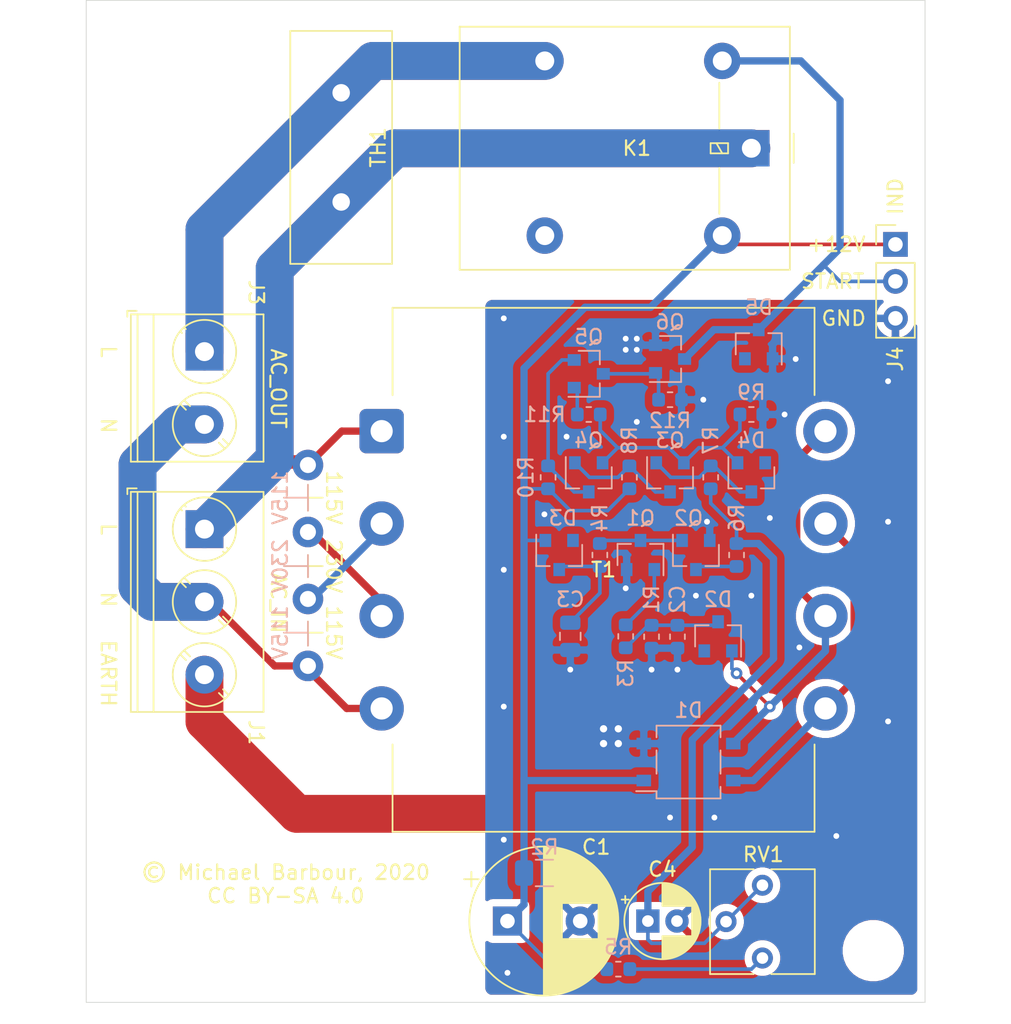
<source format=kicad_pcb>
(kicad_pcb (version 20171130) (host pcbnew 5.1.9)
  (layers (0 F.Cu signal) (31 B.Cu signal) (34 B.Paste user) (35 F.Paste user) (36 B.SilkS user) (37 F.SilkS user) (38 B.Mask user) (39 F.Mask user) (44 Edge.Cuts user))
  (net 0 "")
  (net 1 GND)
  (net 2 "Net-(C2-Pad1)")
  (net 3 "Net-(C3-Pad1)")
  (net 4 "Net-(C4-Pad1)")
  (net 5 "Net-(D1-Pad4)")
  (net 6 "Net-(D1-Pad3)")
  (net 7 "Net-(D4-Pad2)")
  (net 8 AC_N)
  (net 9 AC_L)
  (net 10 "Net-(K1-Pad4)")
  (net 11 "Net-(Q1-Pad3)")
  (net 12 "Net-(Q3-Pad3)")
  (net 13 "Net-(J2-Pad3)")
  (net 14 "Net-(J2-Pad2)")
  (net 15 "Net-(J3-Pad1)")
  (net 16 "Net-(D4-Pad1)")
  (net 17 "Net-(D5-Pad1)")
  (net 18 "Net-(Q1-Pad1)")
  (net 19 "Net-(Q2-Pad3)")
  (net 20 "Net-(Q4-Pad3)")
  (net 21 "Net-(Q5-Pad3)")
  (net 22 "Net-(Q5-Pad1)")
  (net 23 "Net-(R5-Pad2)")
  (net 24 VCC)
  (module Connector_PinHeader_2.54mm:PinHeader_1x03_P2.54mm_Vertical (layer F.Cu) (at 124.714 59.182)
    (fp_text reference J4 (at 0 7.874 90) (layer F.SilkS))
    (fp_text value INDICATOR)
    (pad 3 thru_hole oval (at 0 5.08) (size 1.7 1.7) (drill 1) (layers *.Cu *.Mask) (net 1 GND))
    (pad 2 thru_hole oval (at 0 2.54) (size 1.7 1.7) (drill 1) (layers *.Cu *.Mask) (net 17 "Net-(D5-Pad1)"))
    (pad 1 thru_hole rect (at 0 0) (size 1.7 1.7) (drill 1) (layers *.Cu *.Mask) (net 24 VCC))
  )
  (module Local_Parts:Triad_FS16-070-C2 (layer F.Cu) (at 104.648 81.534 270)
    (fp_text reference T1 (at 0 0 180) (layer F.SilkS))
    (fp_text value FS16-070-C2)
    (pad 8 thru_hole circle (at 9.525 -15.2527 270) (size 3.048 3.048) (drill 1.524) (layers *.Cu *.Mask) (net 5 "Net-(D1-Pad4)"))
    (pad 7 thru_hole circle (at 3.175 -15.2527 270) (size 3.048 3.048) (drill 1.524) (layers *.Cu *.Mask) (net 6 "Net-(D1-Pad3)"))
    (pad 6 thru_hole circle (at -3.175 -15.2527 270) (size 3.048 3.048) (drill 1.524) (layers *.Cu *.Mask) (net 5 "Net-(D1-Pad4)"))
    (pad 5 thru_hole circle (at -9.525 -15.2527 270) (size 3.048 3.048) (drill 1.524) (layers *.Cu *.Mask) (net 6 "Net-(D1-Pad3)"))
    (pad 4 thru_hole circle (at 9.525 15.2527 270) (size 3.048 3.048) (drill 1.524) (layers *.Cu *.Mask) (net 8 AC_N))
    (pad 3 thru_hole circle (at 3.175 15.2527 270) (size 3.048 3.048) (drill 1.524) (layers *.Cu *.Mask) (net 13 "Net-(J2-Pad3)"))
    (pad 2 thru_hole circle (at -3.175 15.2527 270) (size 3.048 3.048) (drill 1.524) (layers *.Cu *.Mask) (net 14 "Net-(J2-Pad2)"))
    (pad 1 thru_hole roundrect (at -9.525 15.2527 270) (size 3.048 3.048) (drill 1.524) (layers *.Cu *.Mask) (roundrect_rratio 0.15) (net 9 AC_L))
  )
  (module Capacitor_SMD:C_0603_1608Metric (layer B.Cu) (at 109.728 86.1315 270)
    (fp_text reference C2 (at -2.5655 0 90) (layer B.SilkS) (effects (justify mirror)))
    (fp_text value 0.1µ)
    (pad 1 smd roundrect (at -0.7875 0 270) (size 0.875 0.95) (layers B.Cu B.Paste B.Mask) (net 2 "Net-(C2-Pad1)"))
    (pad 2 smd roundrect (at 0.7875 0 270) (size 0.875 0.95) (layers B.Cu B.Paste B.Mask) (net 1 GND))
  )
  (module Local_Parts:NTC_Thermistor_D16mm_P7.5mm (layer F.Cu) (at 86.614 48.768 270)
    (fp_text reference TH1 (at 3.75 -2.54 90) (layer F.SilkS))
    (fp_text value Thermistor_NTC)
    (pad 2 thru_hole circle (at 7.5 0 270) (size 2.4 2.4) (drill 1.2) (layers *.Cu *.Mask) (net 9 AC_L))
    (pad 1 thru_hole circle (at 0 0 270) (size 2.4 2.4) (drill 1.2) (layers *.Cu *.Mask) (net 15 "Net-(J3-Pad1)"))
  )
  (module Resistor_SMD:R_0603_1608Metric (layer B.Cu) (at 109.22 69.85)
    (fp_text reference R12 (at 0 1.43) (layer B.SilkS) (effects (justify mirror)))
    (fp_text value 100k)
    (pad 2 smd roundrect (at 0.7875 0) (size 0.875 0.95) (layers B.Cu B.Paste B.Mask) (net 1 GND))
    (pad 1 smd roundrect (at -0.7875 0) (size 0.875 0.95) (layers B.Cu B.Paste B.Mask) (net 21 "Net-(Q5-Pad3)"))
  )
  (module Resistor_SMD:R_0603_1608Metric (layer B.Cu) (at 103.632 70.866)
    (fp_text reference R11 (at -3.048 0) (layer B.SilkS) (effects (justify mirror)))
    (fp_text value 1Meg)
    (pad 2 smd roundrect (at 0.7875 0) (size 0.875 0.95) (layers B.Cu B.Paste B.Mask) (net 7 "Net-(D4-Pad2)"))
    (pad 1 smd roundrect (at -0.7875 0) (size 0.875 0.95) (layers B.Cu B.Paste B.Mask) (net 22 "Net-(Q5-Pad1)"))
  )
  (module Resistor_SMD:R_0603_1608Metric (layer B.Cu) (at 100.838 75.184 90)
    (fp_text reference R10 (at 0 -1.524 90) (layer B.SilkS) (effects (justify mirror)))
    (fp_text value 10k)
    (pad 2 smd roundrect (at 0.7875 0 90) (size 0.875 0.95) (layers B.Cu B.Paste B.Mask) (net 20 "Net-(Q4-Pad3)"))
    (pad 1 smd roundrect (at -0.7875 0 90) (size 0.875 0.95) (layers B.Cu B.Paste B.Mask) (net 24 VCC))
  )
  (module Resistor_SMD:R_0603_1608Metric (layer B.Cu) (at 114.808 70.866)
    (fp_text reference R9 (at 0 -1.524) (layer B.SilkS) (effects (justify mirror)))
    (fp_text value 10k)
    (pad 1 smd roundrect (at -0.7875 0) (size 0.875 0.95) (layers B.Cu B.Paste B.Mask) (net 7 "Net-(D4-Pad2)"))
    (pad 2 smd roundrect (at 0.7875 0) (size 0.875 0.95) (layers B.Cu B.Paste B.Mask) (net 1 GND))
  )
  (module Resistor_SMD:R_0603_1608Metric (layer B.Cu) (at 106.426 75.184 90)
    (fp_text reference R8 (at 2.54 0 90) (layer B.SilkS) (effects (justify mirror)))
    (fp_text value 100k)
    (pad 2 smd roundrect (at 0.7875 0 90) (size 0.875 0.95) (layers B.Cu B.Paste B.Mask) (net 12 "Net-(Q3-Pad3)"))
    (pad 1 smd roundrect (at -0.7875 0 90) (size 0.875 0.95) (layers B.Cu B.Paste B.Mask) (net 24 VCC))
  )
  (module Resistor_SMD:R_0603_1608Metric (layer B.Cu) (at 112.014 75.184 270)
    (fp_text reference R7 (at -2.54 0 90) (layer B.SilkS) (effects (justify mirror)))
    (fp_text value 1Meg)
    (pad 1 smd roundrect (at -0.7875 0 270) (size 0.875 0.95) (layers B.Cu B.Paste B.Mask) (net 16 "Net-(D4-Pad1)"))
    (pad 2 smd roundrect (at 0.7875 0 270) (size 0.875 0.95) (layers B.Cu B.Paste B.Mask) (net 4 "Net-(C4-Pad1)"))
  )
  (module Resistor_SMD:R_0603_1608Metric (layer B.Cu) (at 113.792 80.518 270)
    (fp_text reference R6 (at -2.54 0 90) (layer B.SilkS) (effects (justify mirror)))
    (fp_text value 100R)
    (pad 1 smd roundrect (at -0.7875 0 270) (size 0.875 0.95) (layers B.Cu B.Paste B.Mask) (net 4 "Net-(C4-Pad1)"))
    (pad 2 smd roundrect (at 0.7875 0 270) (size 0.875 0.95) (layers B.Cu B.Paste B.Mask) (net 19 "Net-(Q2-Pad3)"))
  )
  (module Resistor_SMD:R_0603_1608Metric (layer B.Cu) (at 104.394 80.518 90)
    (fp_text reference R4 (at 2.54 0 90) (layer B.SilkS) (effects (justify mirror)))
    (fp_text value 1Meg)
    (pad 1 smd roundrect (at -0.7875 0 90) (size 0.875 0.95) (layers B.Cu B.Paste B.Mask) (net 3 "Net-(C3-Pad1)"))
    (pad 2 smd roundrect (at 0.7875 0 90) (size 0.875 0.95) (layers B.Cu B.Paste B.Mask) (net 11 "Net-(Q1-Pad3)"))
  )
  (module Resistor_SMD:R_0603_1608Metric (layer B.Cu) (at 106.172 86.106 270)
    (fp_text reference R3 (at 2.54 0 90) (layer B.SilkS) (effects (justify mirror)))
    (fp_text value 1Meg)
    (pad 2 smd roundrect (at 0.7875 0 270) (size 0.875 0.95) (layers B.Cu B.Paste B.Mask) (net 2 "Net-(C2-Pad1)"))
    (pad 1 smd roundrect (at -0.7875 0 270) (size 0.875 0.95) (layers B.Cu B.Paste B.Mask) (net 18 "Net-(Q1-Pad1)"))
  )
  (module Resistor_SMD:R_0603_1608Metric (layer B.Cu) (at 107.95 86.1315 270)
    (fp_text reference R1 (at -2.5655 0 270) (layer B.SilkS) (effects (justify mirror)))
    (fp_text value 100k)
    (pad 1 smd roundrect (at -0.7875 0 270) (size 0.875 0.95) (layers B.Cu B.Paste B.Mask) (net 2 "Net-(C2-Pad1)"))
    (pad 2 smd roundrect (at 0.7875 0 270) (size 0.875 0.95) (layers B.Cu B.Paste B.Mask) (net 1 GND))
  )
  (module Package_TO_SOT_SMD:SOT-23 (layer B.Cu) (at 109.22 67.056)
    (fp_text reference Q6 (at 0 -2.54 180) (layer B.SilkS) (effects (justify mirror)))
    (fp_text value 2N7002E)
    (pad 3 smd rect (at 1 0) (size 0.9 0.8) (layers B.Cu B.Paste B.Mask) (net 17 "Net-(D5-Pad1)"))
    (pad 2 smd rect (at -1 -0.95) (size 0.9 0.8) (layers B.Cu B.Paste B.Mask) (net 1 GND))
    (pad 1 smd rect (at -1 0.95) (size 0.9 0.8) (layers B.Cu B.Paste B.Mask) (net 21 "Net-(Q5-Pad3)"))
  )
  (module Package_TO_SOT_SMD:SOT-23 (layer B.Cu) (at 103.632 68.072)
    (fp_text reference Q5 (at 0 -2.54) (layer B.SilkS) (effects (justify mirror)))
    (fp_text value MMBT3906)
    (pad 3 smd rect (at 1 0) (size 0.9 0.8) (layers B.Cu B.Paste B.Mask) (net 21 "Net-(Q5-Pad3)"))
    (pad 2 smd rect (at -1 -0.95) (size 0.9 0.8) (layers B.Cu B.Paste B.Mask) (net 20 "Net-(Q4-Pad3)"))
    (pad 1 smd rect (at -1 0.95) (size 0.9 0.8) (layers B.Cu B.Paste B.Mask) (net 22 "Net-(Q5-Pad1)"))
  )
  (module Package_TO_SOT_SMD:SOT-23 (layer B.Cu) (at 103.632 75.184 270)
    (fp_text reference Q4 (at -2.54 0 180) (layer B.SilkS) (effects (justify mirror)))
    (fp_text value MMBT3904)
    (pad 3 smd rect (at 1 0 270) (size 0.9 0.8) (layers B.Cu B.Paste B.Mask) (net 20 "Net-(Q4-Pad3)"))
    (pad 2 smd rect (at -1 -0.95 270) (size 0.9 0.8) (layers B.Cu B.Paste B.Mask) (net 7 "Net-(D4-Pad2)"))
    (pad 1 smd rect (at -1 0.95 270) (size 0.9 0.8) (layers B.Cu B.Paste B.Mask) (net 12 "Net-(Q3-Pad3)"))
  )
  (module Package_TO_SOT_SMD:SOT-23 (layer B.Cu) (at 109.22 75.184 270)
    (fp_text reference Q3 (at -2.54 0 180) (layer B.SilkS) (effects (justify mirror)))
    (fp_text value MMBT3904)
    (pad 1 smd rect (at -1 0.95 270) (size 0.9 0.8) (layers B.Cu B.Paste B.Mask) (net 16 "Net-(D4-Pad1)"))
    (pad 2 smd rect (at -1 -0.95 270) (size 0.9 0.8) (layers B.Cu B.Paste B.Mask) (net 7 "Net-(D4-Pad2)"))
    (pad 3 smd rect (at 1 0 270) (size 0.9 0.8) (layers B.Cu B.Paste B.Mask) (net 12 "Net-(Q3-Pad3)"))
  )
  (module Package_TO_SOT_SMD:SOT-23 (layer B.Cu) (at 110.998 80.518 270)
    (fp_text reference Q2 (at -2.54 0.508) (layer B.SilkS) (effects (justify mirror)))
    (fp_text value 2N7002E)
    (pad 1 smd rect (at -1 0.95 270) (size 0.9 0.8) (layers B.Cu B.Paste B.Mask) (net 11 "Net-(Q1-Pad3)"))
    (pad 2 smd rect (at -1 -0.95 270) (size 0.9 0.8) (layers B.Cu B.Paste B.Mask) (net 1 GND))
    (pad 3 smd rect (at 1 0 270) (size 0.9 0.8) (layers B.Cu B.Paste B.Mask) (net 19 "Net-(Q2-Pad3)"))
  )
  (module Package_TO_SOT_SMD:SOT-23 (layer B.Cu) (at 107.188 80.518 90)
    (fp_text reference Q1 (at 2.54 0) (layer B.SilkS) (effects (justify mirror)))
    (fp_text value MMBT3904)
    (pad 1 smd rect (at -1 0.95 90) (size 0.9 0.8) (layers B.Cu B.Paste B.Mask) (net 18 "Net-(Q1-Pad1)"))
    (pad 2 smd rect (at -1 -0.95 90) (size 0.9 0.8) (layers B.Cu B.Paste B.Mask) (net 1 GND))
    (pad 3 smd rect (at 1 0 90) (size 0.9 0.8) (layers B.Cu B.Paste B.Mask) (net 11 "Net-(Q1-Pad3)"))
  )
  (module Diode_SMD:D_SOT-23_ANK (layer B.Cu) (at 115.316 66.04 90)
    (fp_text reference D5 (at 2.54 0 180) (layer B.SilkS) (effects (justify mirror)))
    (fp_text value BZX84C36)
    (pad 1 smd rect (at 1 0 90) (size 0.9 0.8) (layers B.Cu B.Paste B.Mask) (net 17 "Net-(D5-Pad1)"))
    (pad "" smd rect (at -1 -0.95 90) (size 0.9 0.8) (layers B.Cu B.Paste B.Mask))
    (pad 2 smd rect (at -1 0.95 90) (size 0.9 0.8) (layers B.Cu B.Paste B.Mask) (net 1 GND))
  )
  (module Diode_SMD:D_SOT-23_ANK (layer B.Cu) (at 114.808 75.184 270)
    (fp_text reference D4 (at -2.54 0 180) (layer B.SilkS) (effects (justify mirror)))
    (fp_text value BAS16L)
    (pad 1 smd rect (at 1 0 270) (size 0.9 0.8) (layers B.Cu B.Paste B.Mask) (net 16 "Net-(D4-Pad1)"))
    (pad "" smd rect (at -1 -0.95 270) (size 0.9 0.8) (layers B.Cu B.Paste B.Mask))
    (pad 2 smd rect (at -1 0.95 270) (size 0.9 0.8) (layers B.Cu B.Paste B.Mask) (net 7 "Net-(D4-Pad2)"))
  )
  (module Diode_SMD:D_SOT-23_ANK (layer B.Cu) (at 101.6 80.518 270)
    (fp_text reference D3 (at -2.54 -0.254 180) (layer B.SilkS) (effects (justify mirror)))
    (fp_text value BAS16L)
    (pad 1 smd rect (at 1 0 270) (size 0.9 0.8) (layers B.Cu B.Paste B.Mask) (net 3 "Net-(C3-Pad1)"))
    (pad "" smd rect (at -1 -0.95 270) (size 0.9 0.8) (layers B.Cu B.Paste B.Mask))
    (pad 2 smd rect (at -1 0.95 270) (size 0.9 0.8) (layers B.Cu B.Paste B.Mask) (net 24 VCC))
  )
  (module Diode_SMD:D_SOT-23_ANK (layer B.Cu) (at 112.522 86.106 90)
    (fp_text reference D2 (at 2.54 0 180) (layer B.SilkS) (effects (justify mirror)))
    (fp_text value BAS16L)
    (pad 2 smd rect (at -1 0.95 90) (size 0.9 0.8) (layers B.Cu B.Paste B.Mask) (net 6 "Net-(D1-Pad3)"))
    (pad "" smd rect (at -1 -0.95 90) (size 0.9 0.8) (layers B.Cu B.Paste B.Mask))
    (pad 1 smd rect (at 1 0 90) (size 0.9 0.8) (layers B.Cu B.Paste B.Mask) (net 2 "Net-(C2-Pad1)"))
  )
  (module Capacitor_SMD:C_0805_2012Metric (layer B.Cu) (at 102.362 86.106 270)
    (fp_text reference C3 (at -2.54 0) (layer B.SilkS) (effects (justify mirror)))
    (fp_text value 1µ)
    (pad 2 smd roundrect (at 0.9375 0 270) (size 0.975 1.4) (layers B.Cu B.Paste B.Mask) (net 1 GND))
    (pad 1 smd roundrect (at -0.9375 0 270) (size 0.975 1.4) (layers B.Cu B.Paste B.Mask) (net 3 "Net-(C3-Pad1)"))
  )
  (module Resistor_SMD:R_0603_1608Metric (layer B.Cu) (at 105.664 108.966)
    (fp_text reference R5 (at 0 -1.524) (layer B.SilkS) (effects (justify mirror)))
    (fp_text value 10k)
    (pad 2 smd roundrect (at 0.7875 0) (size 0.875 0.95) (layers B.Cu B.Paste B.Mask) (net 23 "Net-(R5-Pad2)"))
    (pad 1 smd roundrect (at -0.7875 0) (size 0.875 0.95) (layers B.Cu B.Paste B.Mask) (net 24 VCC))
  )
  (module Relay_THT:Relay_SPDT_Omron-G5LE-1 (layer F.Cu) (at 114.808 52.578 270)
    (fp_text reference K1 (at 0 7.874 180) (layer F.SilkS))
    (fp_text value G5LE-1)
    (pad 1 thru_hole rect (at 0 0 270) (size 2.5 2.5) (drill 1.3) (layers *.Cu *.Mask) (net 9 AC_L))
    (pad 2 thru_hole oval (at -6 2 270) (size 2.5 2.5) (drill 1.3) (layers *.Cu *.Mask) (net 17 "Net-(D5-Pad1)"))
    (pad 3 thru_hole oval (at -6 14.2 270) (size 2.5 2.5) (drill 1.3) (layers *.Cu *.Mask) (net 15 "Net-(J3-Pad1)"))
    (pad 4 thru_hole oval (at 6 14.2 270) (size 2.5 2.5) (drill 1.3) (layers *.Cu *.Mask) (net 10 "Net-(K1-Pad4)"))
    (pad 5 thru_hole oval (at 6 2 270) (size 2.5 2.5) (drill 1.3) (layers *.Cu *.Mask) (net 24 VCC))
  )
  (module Local_Parts:Potentiometer_Nidec_Copal_CT-6EP (layer F.Cu) (at 115.57 108.204 180)
    (fp_text reference RV1 (at -0.06 7.112) (layer F.SilkS))
    (fp_text value 200k)
    (pad 3 thru_hole circle (at 0 5 180) (size 1.44 1.44) (drill 0.8) (layers *.Cu *.Mask) (net 4 "Net-(C4-Pad1)"))
    (pad 2 thru_hole circle (at 2.5 2.5 180) (size 1.44 1.44) (drill 0.8) (layers *.Cu *.Mask) (net 4 "Net-(C4-Pad1)"))
    (pad 1 thru_hole circle (at 0 0 180) (size 1.44 1.44) (drill 0.8) (layers *.Cu *.Mask) (net 23 "Net-(R5-Pad2)"))
  )
  (module Package_TO_SOT_SMD:TO-269AA (layer B.Cu) (at 110.49 94.742)
    (fp_text reference D1 (at 0 -3.556) (layer B.SilkS) (effects (justify mirror)))
    (fp_text value MB1S)
    (pad 4 smd rect (at 3.075 1.27) (size 1 0.8) (layers B.Cu B.Paste B.Mask) (net 5 "Net-(D1-Pad4)"))
    (pad 3 smd rect (at 3.075 -1.27) (size 1 0.8) (layers B.Cu B.Paste B.Mask) (net 6 "Net-(D1-Pad3)"))
    (pad 2 smd rect (at -3.075 -1.27) (size 1 0.8) (layers B.Cu B.Paste B.Mask) (net 1 GND))
    (pad 1 smd rect (at -3.075 1.27) (size 1 0.8) (layers B.Cu B.Paste B.Mask) (net 24 VCC))
  )
  (module MountingHole:MountingHole_3.2mm_M3 (layer F.Cu) (at 72.644 45.974)
    (fp_text reference REF** hide)
    (fp_text value MountingHole_3.2mm_M3)
    (pad 1 np_thru_hole circle (at 0 0) (size 3.2 3.2) (drill 3.2) (layers *.Cu *.Mask))
  )
  (module MountingHole:MountingHole_3.2mm_M3 (layer F.Cu) (at 123.19 45.974)
    (fp_text reference REF** hide)
    (fp_text value MountingHole_3.2mm_M3)
    (pad 1 np_thru_hole circle (at 0 0) (size 3.2 3.2) (drill 3.2) (layers *.Cu *.Mask))
  )
  (module MountingHole:MountingHole_3.2mm_M3 (layer F.Cu) (at 123.19 107.696)
    (fp_text reference REF** hide)
    (fp_text value MountingHole_3.2mm_M3)
    (pad 1 np_thru_hole circle (at 0 0) (size 3.2 3.2) (drill 3.2) (layers *.Cu *.Mask))
  )
  (module MountingHole:MountingHole_3.2mm_M3 (layer F.Cu) (at 72.644 107.696)
    (fp_text reference REF** hide)
    (fp_text value MountingHole_3.2mm_M3)
    (pad 1 np_thru_hole circle (at 0 0) (size 3.2 3.2) (drill 3.2) (layers *.Cu *.Mask))
  )
  (module Connector_Wire:SolderWire-0.5sqmm_1x04_P4.6mm_D0.9mm_OD2.1mm (layer F.Cu) (at 84.328 88.138 90)
    (fp_text reference J2 hide)
    (fp_text value V_SEL)
    (pad 4 thru_hole circle (at 13.8 0 90) (size 2.1 2.1) (drill 1.1) (layers *.Cu *.Mask) (net 9 AC_L))
    (pad 3 thru_hole circle (at 9.2 0 90) (size 2.1 2.1) (drill 1.1) (layers *.Cu *.Mask) (net 13 "Net-(J2-Pad3)"))
    (pad 2 thru_hole circle (at 4.6 0 90) (size 2.1 2.1) (drill 1.1) (layers *.Cu *.Mask) (net 14 "Net-(J2-Pad2)"))
    (pad 1 thru_hole circle (at 0 0 90) (size 2.1 2.1) (drill 1.1) (layers *.Cu *.Mask) (net 8 AC_N))
  )
  (module TerminalBlock_Phoenix:TerminalBlock_Phoenix_PT-1,5-3-5.0-H_1x03_P5.00mm_Horizontal (layer F.Cu) (at 77.216 78.74 270)
    (fp_text reference J1 (at 13.97 -3.556 270 unlocked) (layer F.SilkS))
    (fp_text value AC_IN)
    (pad 3 thru_hole circle (at 10 0 270) (size 2.6 2.6) (drill 1.3) (layers *.Cu *.Mask) (net 1 GND) (clearance 2))
    (pad 2 thru_hole circle (at 5 0 270) (size 2.6 2.6) (drill 1.3) (layers *.Cu *.Mask) (net 8 AC_N))
    (pad 1 thru_hole rect (at 0 0 270) (size 2.6 2.6) (drill 1.3) (layers *.Cu *.Mask) (net 9 AC_L))
  )
  (module Capacitor_THT:CP_Radial_D10.0mm_P5.00mm (layer F.Cu) (at 98.044 105.664)
    (fp_text reference C1 (at 6.096 -5.08) (layer F.SilkS))
    (fp_text value 470µ)
    (pad 2 thru_hole circle (at 5 0) (size 2 2) (drill 1) (layers *.Cu *.Mask) (net 1 GND))
    (pad 1 thru_hole rect (at 0 0) (size 2 2) (drill 1) (layers *.Cu *.Mask) (net 24 VCC))
  )
  (module TerminalBlock_Phoenix:TerminalBlock_Phoenix_PT-1,5-2-5.0-H_1x02_P5.00mm_Horizontal (layer F.Cu) (at 77.216 66.548 270)
    (fp_text reference J3 (at -4.064 -3.556 270 unlocked) (layer F.SilkS))
    (fp_text value AC_OUT)
    (pad 2 thru_hole circle (at 5 0 270) (size 2.6 2.6) (drill 1.3) (layers *.Cu *.Mask) (net 8 AC_N))
    (pad 1 thru_hole rect (at 0 0 270) (size 2.6 2.6) (drill 1.3) (layers *.Cu *.Mask) (net 15 "Net-(J3-Pad1)"))
  )
  (module Resistor_SMD:R_1206_3216Metric (layer B.Cu) (at 100.584 102.362)
    (fp_text reference R2 (at 0 -1.778) (layer B.SilkS) (effects (justify mirror)))
    (fp_text value 4.7k)
    (pad 1 smd roundrect (at -1.4 0) (size 1.25 1.75) (layers B.Cu B.Paste B.Mask) (roundrect_rratio 0.2) (net 24 VCC))
    (pad 2 smd roundrect (at 1.4 0) (size 1.25 1.75) (layers B.Cu B.Paste B.Mask) (roundrect_rratio 0.2) (net 1 GND))
  )
  (module Capacitor_THT:CP_Radial_D5.0mm_P2.00mm (layer F.Cu) (at 107.696 105.664)
    (fp_text reference C4 (at 1 -3.556) (layer F.SilkS))
    (fp_text value 10µ)
    (pad 1 thru_hole rect (at 0 0) (size 1.6 1.6) (drill 0.8) (layers *.Cu *.Mask) (net 4 "Net-(C4-Pad1)"))
    (pad 2 thru_hole circle (at 2 0) (size 1.6 1.6) (drill 0.8) (layers *.Cu *.Mask) (net 1 GND))
  )
  (gr_text "© Michael Barbour, 2020\nCC BY-SA 4.0" (at 82.804 103.124) (layer F.SilkS) (effects (font (size 1 1))))
  (gr_text IND (at 124.714 55.88 90) (layer F.SilkS) (effects (font (size 1 1))))
  (gr_text GND (at 121.158 64.262) (layer F.SilkS) (effects (font (size 1 1))))
  (gr_text START (at 120.396 61.722) (layer F.SilkS) (effects (font (size 1 1))))
  (gr_text +12V (at 120.65 59.182) (layer F.SilkS) (effects (font (size 1 1))))
  (gr_line (start 84.328 85.852) (end 82.677 85.852) (layer B.SilkS) (width 0.12))
  (gr_line (start 84.328 86.741) (end 84.328 85.852) (layer B.SilkS) (width 0.12))
  (gr_line (start 84.328 85.09) (end 84.328 86.741) (layer B.SilkS) (width 0.12))
  (gr_line (start 84.328 81.28) (end 82.677 81.28) (layer B.SilkS) (width 0.12))
  (gr_line (start 84.328 82.042) (end 84.328 81.28) (layer B.SilkS) (width 0.12))
  (gr_line (start 84.328 80.518) (end 84.328 82.042) (layer B.SilkS) (width 0.12))
  (gr_line (start 84.328 76.581) (end 82.677 76.581) (layer B.SilkS) (width 0.12))
  (gr_line (start 84.328 77.47) (end 84.328 76.581) (layer B.SilkS) (width 0.12))
  (gr_line (start 84.328 75.692) (end 84.328 77.47) (layer B.SilkS) (width 0.12))
  (gr_text 115V (at 82.423 76.581 90) (layer B.SilkS) (effects (font (size 1 1)) (justify mirror)))
  (gr_text 230V (at 82.423 81.28 90) (layer B.SilkS) (effects (font (size 1 1)) (justify mirror)))
  (gr_text 115V (at 82.423 85.852 90) (layer B.SilkS) (effects (font (size 1 1)) (justify mirror)))
  (gr_line (start 84.328 85.852) (end 85.344 85.852) (layer F.SilkS) (width 0.12))
  (gr_line (start 84.328 85.09) (end 84.328 86.741) (layer F.SilkS) (width 0.12))
  (gr_line (start 84.328 76.581) (end 85.344 76.581) (layer F.SilkS) (width 0.12))
  (gr_line (start 84.328 75.692) (end 84.328 77.47) (layer F.SilkS) (width 0.12))
  (gr_line (start 84.328 81.28) (end 84.328 82.042) (layer F.SilkS) (width 0.12))
  (gr_line (start 84.328 81.28) (end 84.328 80.518) (layer F.SilkS) (width 0.12))
  (gr_line (start 85.344 81.28) (end 84.328 81.28) (layer F.SilkS) (width 0.12))
  (gr_text 230V (at 86.106 81.28 270) (layer F.SilkS) (effects (font (size 1 1))))
  (gr_text 115V (at 86.106 85.852 270) (layer F.SilkS) (effects (font (size 1 1))))
  (gr_text 115V (at 86.106 76.581 270) (layer F.SilkS) (effects (font (size 1 1))))
  (gr_text AC_OUT (at 82.296 69.088 270) (layer F.SilkS) (effects (font (size 1 1))))
  (gr_text AC_IN (at 82.296 83.82 270) (layer F.SilkS) (effects (font (size 1 1))))
  (gr_text N (at 70.612 71.628 270) (layer F.SilkS) (effects (font (size 1 1))))
  (gr_text L (at 70.612 66.548 270) (layer F.SilkS) (effects (font (size 1 1))))
  (gr_text EARTH (at 70.612 88.646 270) (layer F.SilkS) (effects (font (size 1 1))))
  (gr_text N (at 70.612 83.566 270) (layer F.SilkS) (effects (font (size 1 1))))
  (gr_text L (at 70.612 78.74 270) (layer F.SilkS) (effects (font (size 1 1))))
  (gr_line (start 126.746 42.418) (end 69.088 42.418) (layer Edge.Cuts) (width 0.05))
  (gr_line (start 126.746 111.252) (end 126.746 42.418) (layer Edge.Cuts) (width 0.05))
  (gr_line (start 69.088 111.252) (end 126.746 111.252) (layer Edge.Cuts) (width 0.05))
  (gr_line (start 69.088 42.418) (end 69.088 111.252) (layer Edge.Cuts) (width 0.05))
  (segment (start 101.984 104.604) (end 103.044 105.664) (width 0.5) (layer B.Cu) (net 1))
  (segment (start 101.984 102.362) (end 101.984 104.604) (width 0.5) (layer B.Cu) (net 1))
  (via (at 105.664 93.472) (size 1) (drill 0.5) (layers F.Cu B.Cu) (net 1))
  (segment (start 107.415 93.472) (end 105.664 93.472) (width 0.5) (layer B.Cu) (net 1))
  (via (at 98.044 109.22) (size 0.8) (drill 0.4) (layers F.Cu B.Cu) (net 1))
  (via (at 109.22 98.552) (size 0.8) (drill 0.4) (layers F.Cu B.Cu) (net 1))
  (via (at 112.268 98.552) (size 0.8) (drill 0.4) (layers F.Cu B.Cu) (net 1))
  (via (at 124.206 68.58) (size 0.8) (drill 0.4) (layers F.Cu B.Cu) (net 1))
  (via (at 124.206 78.232) (size 0.8) (drill 0.4) (layers F.Cu B.Cu) (net 1))
  (via (at 124.206 91.948) (size 0.8) (drill 0.4) (layers F.Cu B.Cu) (net 1))
  (via (at 120.65 99.822) (size 0.8) (drill 0.4) (layers F.Cu B.Cu) (net 1))
  (segment (start 77.216 88.74) (end 77.216 91.948) (width 2.6) (layer F.Cu) (net 1))
  (segment (start 77.216 91.948) (end 83.566 98.298) (width 2.6) (layer F.Cu) (net 1))
  (segment (start 83.566 98.298) (end 98.044 98.298) (width 2.6) (layer F.Cu) (net 1))
  (via (at 107.95 88.392) (size 0.8) (drill 0.4) (layers F.Cu B.Cu) (net 1))
  (via (at 102.362 88.392) (size 0.8) (drill 0.4) (layers F.Cu B.Cu) (net 1))
  (via (at 106.172 82.804) (size 0.8) (drill 0.4) (layers F.Cu B.Cu) (net 1))
  (via (at 111.76 78.232) (size 0.8) (drill 0.4) (layers F.Cu B.Cu) (net 1))
  (via (at 117.094 70.866) (size 0.8) (drill 0.4) (layers F.Cu B.Cu) (net 1))
  (via (at 111.506 69.85) (size 0.8) (drill 0.4) (layers F.Cu B.Cu) (net 1))
  (via (at 97.79 64.262) (size 0.8) (drill 0.4) (layers F.Cu B.Cu) (net 1))
  (via (at 97.79 72.39) (size 0.8) (drill 0.4) (layers F.Cu B.Cu) (net 1))
  (via (at 97.79 81.534) (size 0.8) (drill 0.4) (layers F.Cu B.Cu) (net 1))
  (via (at 97.79 90.932) (size 0.8) (drill 0.4) (layers F.Cu B.Cu) (net 1))
  (via (at 97.79 100.076) (size 0.8) (drill 0.4) (layers F.Cu B.Cu) (net 1))
  (via (at 102.108 72.39) (size 0.8) (drill 0.4) (layers F.Cu B.Cu) (net 1))
  (via (at 106.934 71.374) (size 0.8) (drill 0.4) (layers F.Cu B.Cu) (net 1))
  (segment (start 106.238 82.738) (end 106.172 82.804) (width 0.25) (layer B.Cu) (net 1))
  (segment (start 106.238 81.518) (end 106.238 82.738) (width 0.25) (layer B.Cu) (net 1))
  (segment (start 111.948 78.42) (end 111.76 78.232) (width 0.25) (layer B.Cu) (net 1))
  (segment (start 111.948 79.518) (end 111.948 78.42) (width 0.25) (layer B.Cu) (net 1))
  (segment (start 107.95 86.919) (end 107.95 88.392) (width 0.25) (layer B.Cu) (net 1))
  (segment (start 102.362 87.0435) (end 102.362 88.392) (width 0.25) (layer B.Cu) (net 1))
  (segment (start 115.5955 70.866) (end 117.094 70.866) (width 0.25) (layer B.Cu) (net 1))
  (segment (start 110.0075 69.85) (end 111.506 69.85) (width 0.25) (layer B.Cu) (net 1))
  (via (at 105.664 92.456) (size 1) (drill 0.5) (layers F.Cu B.Cu) (net 1))
  (via (at 104.648 92.456) (size 1) (drill 0.5) (layers F.Cu B.Cu) (net 1))
  (via (at 104.648 93.472) (size 1) (drill 0.5) (layers F.Cu B.Cu) (net 1))
  (via (at 117.856 67.056) (size 0.8) (drill 0.4) (layers F.Cu B.Cu) (net 1))
  (segment (start 117.84 67.04) (end 117.856 67.056) (width 0.25) (layer B.Cu) (net 1))
  (segment (start 116.266 67.04) (end 117.84 67.04) (width 0.25) (layer B.Cu) (net 1))
  (via (at 106.934 66.421) (size 0.8) (drill 0.4) (layers F.Cu B.Cu) (net 1))
  (via (at 106.172 66.421) (size 0.8) (drill 0.4) (layers F.Cu B.Cu) (net 1))
  (via (at 106.172 65.659) (size 0.8) (drill 0.4) (layers F.Cu B.Cu) (net 1))
  (via (at 106.934 65.659) (size 0.8) (drill 0.4) (layers F.Cu B.Cu) (net 1))
  (segment (start 106.172 65.659) (end 106.172 66.421) (width 0.5) (layer B.Cu) (net 1))
  (segment (start 106.934 65.659) (end 106.934 66.421) (width 0.5) (layer B.Cu) (net 1))
  (segment (start 106.172 66.421) (end 106.934 66.421) (width 0.5) (layer B.Cu) (net 1))
  (segment (start 106.172 65.659) (end 106.934 65.659) (width 0.5) (layer B.Cu) (net 1))
  (segment (start 107.381 66.106) (end 106.934 65.659) (width 0.5) (layer B.Cu) (net 1))
  (segment (start 108.22 66.106) (end 107.381 66.106) (width 0.5) (layer B.Cu) (net 1))
  (via (at 109.728 88.392) (size 0.8) (drill 0.4) (layers F.Cu B.Cu) (net 1))
  (segment (start 109.728 86.919) (end 109.728 88.392) (width 0.25) (layer B.Cu) (net 1))
  (via (at 114.808 83.312) (size 0.8) (drill 0.4) (layers F.Cu B.Cu) (net 1))
  (via (at 110.998 83.312) (size 0.8) (drill 0.4) (layers F.Cu B.Cu) (net 1))
  (via (at 118.11 86.868) (size 0.8) (drill 0.4) (layers F.Cu B.Cu) (net 1))
  (via (at 116.078 77.978) (size 0.8) (drill 0.4) (layers F.Cu B.Cu) (net 1))
  (via (at 100.584 77.724) (size 0.8) (drill 0.4) (layers F.Cu B.Cu) (net 1))
  (segment (start 112.284 85.344) (end 112.522 85.106) (width 0.25) (layer B.Cu) (net 2))
  (segment (start 109.728 85.344) (end 112.284 85.344) (width 0.25) (layer B.Cu) (net 2))
  (segment (start 109.728 85.344) (end 107.95 85.344) (width 0.25) (layer B.Cu) (net 2))
  (segment (start 107.7215 85.344) (end 106.172 86.8935) (width 0.25) (layer B.Cu) (net 2))
  (segment (start 107.95 85.344) (end 107.7215 85.344) (width 0.25) (layer B.Cu) (net 2))
  (segment (start 101.8125 81.3055) (end 101.6 81.518) (width 0.25) (layer B.Cu) (net 3))
  (segment (start 104.394 81.3055) (end 101.8125 81.3055) (width 0.25) (layer B.Cu) (net 3))
  (segment (start 102.362 85.1685) (end 104.394 83.1365) (width 0.25) (layer B.Cu) (net 3))
  (segment (start 104.394 83.1365) (end 104.394 81.3055) (width 0.25) (layer B.Cu) (net 3))
  (segment (start 115.57 103.204) (end 113.07 105.704) (width 0.25) (layer B.Cu) (net 4))
  (segment (start 107.696 105.664) (end 107.696 106.934) (width 0.25) (layer B.Cu) (net 4))
  (segment (start 107.696 106.934) (end 107.95 107.188) (width 0.25) (layer B.Cu) (net 4))
  (segment (start 111.586 107.188) (end 113.07 105.704) (width 0.25) (layer B.Cu) (net 4))
  (segment (start 107.95 107.188) (end 111.586 107.188) (width 0.25) (layer B.Cu) (net 4))
  (segment (start 113.792 79.7305) (end 113.792 78.74) (width 0.25) (layer B.Cu) (net 4))
  (segment (start 112.014 76.962) (end 112.014 75.9715) (width 0.25) (layer B.Cu) (net 4))
  (segment (start 113.792 78.74) (end 112.014 76.962) (width 0.25) (layer B.Cu) (net 4))
  (segment (start 107.696 105.664) (end 107.696 103.632) (width 0.5) (layer B.Cu) (net 4))
  (segment (start 107.696 103.632) (end 110.744 100.584) (width 0.5) (layer B.Cu) (net 4))
  (segment (start 110.744 100.584) (end 110.744 93.218) (width 0.5) (layer B.Cu) (net 4))
  (segment (start 110.744 93.218) (end 116.332 87.63) (width 0.5) (layer B.Cu) (net 4))
  (segment (start 116.332 87.63) (end 116.332 80.772) (width 0.5) (layer B.Cu) (net 4))
  (segment (start 115.2905 79.7305) (end 113.792 79.7305) (width 0.5) (layer B.Cu) (net 4))
  (segment (start 116.332 80.772) (end 115.2905 79.7305) (width 0.5) (layer B.Cu) (net 4))
  (segment (start 121.874701 89.084999) (end 119.9007 91.059) (width 0.5) (layer F.Cu) (net 5))
  (segment (start 121.874701 80.333001) (end 121.874701 89.084999) (width 0.5) (layer F.Cu) (net 5))
  (segment (start 119.9007 78.359) (end 121.874701 80.333001) (width 0.5) (layer F.Cu) (net 5))
  (segment (start 114.9477 96.012) (end 119.9007 91.059) (width 0.5) (layer B.Cu) (net 5))
  (segment (start 113.565 96.012) (end 114.9477 96.012) (width 0.5) (layer B.Cu) (net 5))
  (segment (start 117.926699 82.734999) (end 119.9007 84.709) (width 0.5) (layer F.Cu) (net 6))
  (segment (start 119.9007 72.009) (end 117.926699 73.983001) (width 0.5) (layer F.Cu) (net 6))
  (segment (start 117.926699 73.983001) (end 117.926699 82.734999) (width 0.5) (layer F.Cu) (net 6))
  (segment (start 113.565 93.472) (end 113.565 93.445) (width 0.5) (layer B.Cu) (net 6))
  (segment (start 119.9007 87.1093) (end 119.9007 84.709) (width 0.5) (layer B.Cu) (net 6))
  (segment (start 113.565 93.445) (end 116.078 90.932) (width 0.5) (layer B.Cu) (net 6))
  (via (at 113.792 88.646) (size 0.8) (drill 0.4) (layers F.Cu B.Cu) (net 6))
  (segment (start 113.472 88.326) (end 113.792 88.646) (width 0.25) (layer B.Cu) (net 6))
  (segment (start 113.472 87.106) (end 113.472 88.326) (width 0.25) (layer B.Cu) (net 6))
  (via (at 116.078 90.932) (size 0.8) (drill 0.4) (layers F.Cu B.Cu) (net 6))
  (segment (start 113.792 88.646) (end 116.078 90.932) (width 0.25) (layer F.Cu) (net 6))
  (segment (start 116.078 90.932) (end 119.9007 87.1093) (width 0.5) (layer B.Cu) (net 6))
  (segment (start 104.582 74.184) (end 105.614 73.152) (width 0.25) (layer B.Cu) (net 7))
  (segment (start 109.138 73.152) (end 110.17 74.184) (width 0.25) (layer B.Cu) (net 7))
  (segment (start 105.614 73.152) (end 109.138 73.152) (width 0.25) (layer B.Cu) (net 7))
  (segment (start 110.17 74.184) (end 111.202 73.152) (width 0.25) (layer B.Cu) (net 7))
  (segment (start 112.826 73.152) (end 113.858 74.184) (width 0.25) (layer B.Cu) (net 7))
  (segment (start 111.202 73.152) (end 112.826 73.152) (width 0.25) (layer B.Cu) (net 7))
  (segment (start 104.4195 71.9575) (end 105.614 73.152) (width 0.25) (layer B.Cu) (net 7))
  (segment (start 104.4195 70.866) (end 104.4195 71.9575) (width 0.25) (layer B.Cu) (net 7))
  (segment (start 114.0205 71.9575) (end 112.826 73.152) (width 0.25) (layer B.Cu) (net 7))
  (segment (start 114.0205 70.866) (end 114.0205 71.9575) (width 0.25) (layer B.Cu) (net 7))
  (segment (start 77.216 83.74) (end 73.675998 83.74) (width 2.6) (layer F.Cu) (net 8))
  (segment (start 72.615999 74.309524) (end 75.377523 71.548) (width 2.6) (layer F.Cu) (net 8))
  (segment (start 72.615999 82.680001) (end 72.615999 74.309524) (width 2.6) (layer F.Cu) (net 8))
  (segment (start 75.377523 71.548) (end 77.216 71.548) (width 2.6) (layer F.Cu) (net 8))
  (segment (start 73.675998 83.74) (end 72.615999 82.680001) (width 2.6) (layer F.Cu) (net 8))
  (segment (start 72.615999 74.309524) (end 75.377523 71.548) (width 2.6) (layer B.Cu) (net 8))
  (segment (start 75.377523 71.548) (end 77.216 71.548) (width 2.6) (layer B.Cu) (net 8))
  (segment (start 73.675998 83.74) (end 72.615999 82.680001) (width 2.6) (layer B.Cu) (net 8))
  (segment (start 72.615999 82.680001) (end 72.615999 74.309524) (width 2.6) (layer B.Cu) (net 8))
  (segment (start 77.216 83.74) (end 73.675998 83.74) (width 2.6) (layer B.Cu) (net 8))
  (segment (start 77.216 83.74) (end 77.644 83.74) (width 0.5) (layer F.Cu) (net 8))
  (segment (start 82.042 88.138) (end 84.328 88.138) (width 0.5) (layer F.Cu) (net 8))
  (segment (start 77.644 83.74) (end 82.042 88.138) (width 0.5) (layer F.Cu) (net 8))
  (segment (start 89.3953 91.059) (end 86.995 91.059) (width 0.5) (layer F.Cu) (net 8))
  (segment (start 84.328 88.392) (end 84.328 88.138) (width 0.5) (layer F.Cu) (net 8))
  (segment (start 86.995 91.059) (end 84.328 88.392) (width 0.5) (layer F.Cu) (net 8))
  (segment (start 86.657 72.009) (end 84.328 74.338) (width 0.5) (layer F.Cu) (net 9))
  (segment (start 89.3953 72.009) (end 86.657 72.009) (width 0.5) (layer F.Cu) (net 9))
  (segment (start 90.304 52.578) (end 86.614 56.268) (width 2.6) (layer F.Cu) (net 9))
  (segment (start 114.808 52.578) (end 90.304 52.578) (width 2.6) (layer F.Cu) (net 9))
  (segment (start 90.304 52.578) (end 86.614 56.268) (width 2.6) (layer B.Cu) (net 9))
  (segment (start 114.808 52.578) (end 90.304 52.578) (width 2.6) (layer B.Cu) (net 9))
  (segment (start 77.216 78.74) (end 82.042 73.914) (width 2.6) (layer F.Cu) (net 9))
  (segment (start 82.042 60.84) (end 86.614 56.268) (width 2.6) (layer F.Cu) (net 9))
  (segment (start 82.042 73.914) (end 82.042 60.84) (width 2.6) (layer F.Cu) (net 9))
  (segment (start 77.216 78.74) (end 82.042 73.914) (width 2.6) (layer B.Cu) (net 9))
  (segment (start 82.042 60.84) (end 86.614 56.268) (width 2.6) (layer B.Cu) (net 9))
  (segment (start 82.042 73.914) (end 82.042 60.84) (width 2.6) (layer B.Cu) (net 9))
  (segment (start 84.328 74.338) (end 82.466 74.338) (width 0.5) (layer F.Cu) (net 9))
  (segment (start 82.466 74.338) (end 82.042 73.914) (width 0.5) (layer F.Cu) (net 9))
  (segment (start 83.904 73.914) (end 84.328 74.338) (width 0.5) (layer F.Cu) (net 9))
  (segment (start 82.042 73.914) (end 83.904 73.914) (width 0.5) (layer F.Cu) (net 9))
  (segment (start 107.188 79.518) (end 110.048 79.518) (width 0.25) (layer B.Cu) (net 11))
  (segment (start 104.6065 79.518) (end 104.394 79.7305) (width 0.25) (layer B.Cu) (net 11))
  (segment (start 107.188 79.518) (end 104.6065 79.518) (width 0.25) (layer B.Cu) (net 11))
  (segment (start 106.426 74.3965) (end 105.6385 75.184) (width 0.25) (layer B.Cu) (net 12))
  (segment (start 103.682 75.184) (end 102.682 74.184) (width 0.25) (layer B.Cu) (net 12))
  (segment (start 105.6385 75.184) (end 103.682 75.184) (width 0.25) (layer B.Cu) (net 12))
  (segment (start 108.2135 76.184) (end 109.22 76.184) (width 0.25) (layer B.Cu) (net 12))
  (segment (start 106.426 74.3965) (end 108.2135 76.184) (width 0.25) (layer B.Cu) (net 12))
  (segment (start 84.612002 78.938) (end 84.328 78.938) (width 0.5) (layer F.Cu) (net 13))
  (segment (start 89.3953 83.721298) (end 84.612002 78.938) (width 0.5) (layer F.Cu) (net 13))
  (segment (start 89.3953 84.709) (end 89.3953 83.721298) (width 0.5) (layer F.Cu) (net 13))
  (segment (start 84.612002 83.538) (end 84.328 83.538) (width 0.5) (layer B.Cu) (net 14))
  (segment (start 89.3953 78.754702) (end 84.612002 83.538) (width 0.5) (layer B.Cu) (net 14))
  (segment (start 89.3953 78.359) (end 89.3953 78.754702) (width 0.5) (layer B.Cu) (net 14))
  (segment (start 77.216 58.166) (end 86.614 48.768) (width 2.6) (layer F.Cu) (net 15))
  (segment (start 77.216 66.548) (end 77.216 58.166) (width 2.6) (layer F.Cu) (net 15))
  (segment (start 88.804 46.578) (end 86.614 48.768) (width 2.6) (layer F.Cu) (net 15))
  (segment (start 100.608 46.578) (end 88.804 46.578) (width 2.6) (layer F.Cu) (net 15))
  (segment (start 77.216 58.166) (end 86.614 48.768) (width 2.6) (layer B.Cu) (net 15))
  (segment (start 77.216 66.548) (end 77.216 58.166) (width 2.6) (layer B.Cu) (net 15))
  (segment (start 88.804 46.578) (end 86.614 48.768) (width 2.6) (layer B.Cu) (net 15))
  (segment (start 100.608 46.578) (end 88.804 46.578) (width 2.6) (layer B.Cu) (net 15))
  (segment (start 108.27 74.184) (end 109.27 75.184) (width 0.25) (layer B.Cu) (net 16))
  (segment (start 111.2265 75.184) (end 112.014 74.3965) (width 0.25) (layer B.Cu) (net 16))
  (segment (start 109.27 75.184) (end 111.2265 75.184) (width 0.25) (layer B.Cu) (net 16))
  (segment (start 114.808 76.184) (end 114.03 76.184) (width 0.25) (layer B.Cu) (net 16))
  (segment (start 112.2425 74.3965) (end 112.014 74.3965) (width 0.25) (layer B.Cu) (net 16))
  (segment (start 114.03 76.184) (end 112.2425 74.3965) (width 0.25) (layer B.Cu) (net 16))
  (segment (start 112.236 65.04) (end 115.316 65.04) (width 0.5) (layer B.Cu) (net 17))
  (segment (start 110.22 67.056) (end 112.236 65.04) (width 0.5) (layer B.Cu) (net 17))
  (segment (start 112.808 46.578) (end 118.206 46.578) (width 0.5) (layer B.Cu) (net 17))
  (segment (start 118.206 46.578) (end 120.904 49.276) (width 0.5) (layer B.Cu) (net 17))
  (segment (start 120.904 49.276) (end 120.904 59.452) (width 0.5) (layer B.Cu) (net 17))
  (segment (start 120.904 61.722) (end 119.769 60.587) (width 0.25) (layer B.Cu) (net 17))
  (segment (start 124.714 61.722) (end 120.904 61.722) (width 0.25) (layer B.Cu) (net 17))
  (segment (start 119.769 60.587) (end 115.316 65.04) (width 0.5) (layer B.Cu) (net 17))
  (segment (start 120.904 59.452) (end 119.769 60.587) (width 0.5) (layer B.Cu) (net 17))
  (segment (start 106.172 85.3185) (end 106.1975 85.3185) (width 0.25) (layer B.Cu) (net 18))
  (segment (start 108.138 83.378) (end 108.138 81.518) (width 0.25) (layer B.Cu) (net 18))
  (segment (start 106.1975 85.3185) (end 108.138 83.378) (width 0.25) (layer B.Cu) (net 18))
  (segment (start 111.2105 81.3055) (end 110.998 81.518) (width 0.25) (layer B.Cu) (net 19))
  (segment (start 113.792 81.3055) (end 111.2105 81.3055) (width 0.25) (layer B.Cu) (net 19))
  (segment (start 102.6255 76.184) (end 100.838 74.3965) (width 0.25) (layer B.Cu) (net 20))
  (segment (start 103.632 76.184) (end 102.6255 76.184) (width 0.25) (layer B.Cu) (net 20))
  (segment (start 100.838 74.3965) (end 100.838 68.072) (width 0.25) (layer B.Cu) (net 20))
  (segment (start 101.788 67.122) (end 102.632 67.122) (width 0.25) (layer B.Cu) (net 20))
  (segment (start 100.838 68.072) (end 101.788 67.122) (width 0.25) (layer B.Cu) (net 20))
  (segment (start 108.154 68.072) (end 108.22 68.006) (width 0.25) (layer B.Cu) (net 21))
  (segment (start 104.632 68.072) (end 108.154 68.072) (width 0.25) (layer B.Cu) (net 21))
  (segment (start 108.4325 68.2185) (end 108.22 68.006) (width 0.25) (layer B.Cu) (net 21))
  (segment (start 108.4325 69.85) (end 108.4325 68.2185) (width 0.25) (layer B.Cu) (net 21))
  (segment (start 102.8445 69.2345) (end 102.632 69.022) (width 0.25) (layer B.Cu) (net 22))
  (segment (start 102.8445 70.866) (end 102.8445 69.2345) (width 0.25) (layer B.Cu) (net 22))
  (segment (start 114.808 108.966) (end 115.57 108.204) (width 0.25) (layer B.Cu) (net 23))
  (segment (start 106.4515 108.966) (end 114.808 108.966) (width 0.25) (layer B.Cu) (net 23))
  (segment (start 99.184 104.524) (end 98.044 105.664) (width 0.5) (layer B.Cu) (net 24))
  (segment (start 99.184 102.362) (end 99.184 104.524) (width 0.5) (layer B.Cu) (net 24))
  (segment (start 98.044 105.664) (end 101.346 108.966) (width 0.25) (layer B.Cu) (net 24))
  (segment (start 101.346 108.966) (end 104.8765 108.966) (width 0.25) (layer B.Cu) (net 24))
  (segment (start 100.838 75.9715) (end 100.8635 75.9715) (width 0.25) (layer B.Cu) (net 24))
  (segment (start 100.8635 75.9715) (end 102.362 77.47) (width 0.25) (layer B.Cu) (net 24))
  (segment (start 104.9275 77.47) (end 106.426 75.9715) (width 0.25) (layer B.Cu) (net 24))
  (segment (start 102.362 77.47) (end 104.9275 77.47) (width 0.25) (layer B.Cu) (net 24))
  (segment (start 99.2885 75.9715) (end 99.184 76.076) (width 0.25) (layer B.Cu) (net 24))
  (segment (start 100.838 75.9715) (end 99.2885 75.9715) (width 0.25) (layer B.Cu) (net 24))
  (segment (start 107.415 96.012) (end 99.308 96.012) (width 0.5) (layer B.Cu) (net 24))
  (segment (start 99.184 95.888) (end 99.184 79.632) (width 0.5) (layer B.Cu) (net 24))
  (segment (start 99.308 96.012) (end 99.184 95.888) (width 0.5) (layer B.Cu) (net 24))
  (segment (start 99.184 102.362) (end 99.184 95.888) (width 0.5) (layer B.Cu) (net 24))
  (segment (start 99.184 67.694) (end 99.184 76.076) (width 0.5) (layer B.Cu) (net 24))
  (segment (start 103.378 63.5) (end 99.184 67.694) (width 0.5) (layer B.Cu) (net 24))
  (segment (start 107.886 63.5) (end 103.378 63.5) (width 0.5) (layer B.Cu) (net 24))
  (segment (start 112.808 58.578) (end 107.886 63.5) (width 0.5) (layer B.Cu) (net 24))
  (segment (start 99.298 79.518) (end 99.184 79.632) (width 0.25) (layer B.Cu) (net 24))
  (segment (start 100.65 79.518) (end 99.298 79.518) (width 0.25) (layer B.Cu) (net 24))
  (segment (start 99.184 79.632) (end 99.184 76.076) (width 0.5) (layer B.Cu) (net 24))
  (segment (start 113.412 59.182) (end 112.808 58.578) (width 0.25) (layer F.Cu) (net 24))
  (segment (start 124.714 59.182) (end 113.412 59.182) (width 0.25) (layer F.Cu) (net 24))
  (zone (net 1) (net_name GND) (layer F.Cu) (connect_pads (clearance 0.508)) (min_thickness 0.254) (fill yes (arc_segments 32) (thermal_gap 0.508) (thermal_bridge_width 0.508) (smoothing fillet) (radius 0.5))
    (polygon (pts (xy 126.238 110.744) (xy 96.52 110.744) (xy 96.52 62.992) (xy 126.238 62.992)))
  )
  (zone (net 1) (net_name GND) (layer B.Cu) (connect_pads (clearance 0.508)) (min_thickness 0.254) (fill yes (arc_segments 32) (thermal_gap 0.508) (thermal_bridge_width 0.508) (smoothing fillet) (radius 0.5))
    (polygon (pts (xy 126.238 110.744) (xy 96.52 110.744) (xy 96.52 62.992) (xy 126.238 62.992)))
  )
)
</source>
